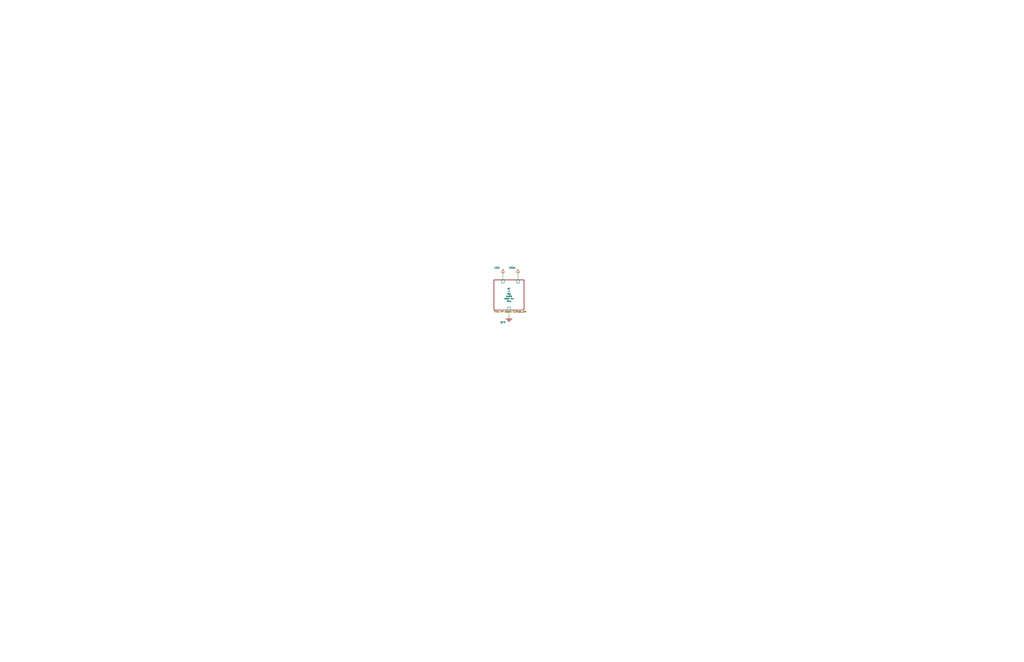
<source format=kicad_sch>
(kicad_sch (version 20230121) (generator jitx)
  (paper "B")
  (lib_symbols
    (symbol "VDDA" (power)
      (property "Reference" "#PWR" (at 35.0 60.0 0.0))
      (property "Value" "VDDA" (at -2.54 2.54 0.0))
      (symbol "VDDA_1_0"
        (pin power_in line (at 0.0 0.0 90) (length 0.0) (name "VDDA") (number "~"))
      )
    )
    (symbol "gnd" (power)
      (property "Reference" "#PWR" (at 35.0 60.0 0.0))
      (property "Value" "gnd" (at -2.54 -2.54 0.0))
      (symbol "gnd_1_0"
        (pin power_in line (at 0.0 0.0 270) (length 0.0) (name "gnd") (number "~"))
      )
    )
    (symbol "VDD" (power)
      (property "Reference" "#PWR" (at 35.0 60.0 0.0))
      (property "Value" "VDD" (at -2.54 2.54 0.0))
      (symbol "VDD_1_0"
        (pin power_in line (at 0.0 0.0 90) (length 0.0) (name "VDD") (number "~"))
      )
    )
    (symbol "capacitor_sym"
      (property "Reference" "U" (at 1.27 1.27 0.0))
      (property "Value" "capacitor_sym" (at 1.27 -1.27 0.0))
      (symbol "capacitor_sym_1_0"
        (pin unspecified line (at 0.0 2.54 270) (length 0.0) (name "1") (number "~"))
        (pin unspecified line (at 0.0 -2.54 90) (length 0.0) (name "2") (number "~"))
      )
    )
    (symbol "capacitor_sym_1"
      (property "Reference" "U" (at 1.27 1.27 0.0))
      (property "Value" "capacitor_sym_1" (at 1.27 -1.27 0.0))
      (symbol "capacitor_sym_1_1_0"
        (pin unspecified line (at 0.0 2.54 270) (length 0.0) (name "1") (number "~"))
        (pin unspecified line (at 0.0 -2.54 90) (length 0.0) (name "2") (number "~"))
      )
    )
    (symbol "capacitor_sym_2"
      (property "Reference" "U" (at 1.27 1.27 0.0))
      (property "Value" "capacitor_sym_2" (at 1.27 -1.27 0.0))
      (symbol "capacitor_sym_2_1_0"
        (pin unspecified line (at 0.0 2.54 270) (length 0.0) (name "1") (number "~"))
        (pin unspecified line (at 0.0 -2.54 90) (length 0.0) (name "2") (number "~"))
      )
    )
    (symbol "capacitor_sym_3"
      (property "Reference" "U" (at 1.27 1.27 0.0))
      (property "Value" "capacitor_sym_3" (at 1.27 -1.27 0.0))
      (symbol "capacitor_sym_3_1_0"
        (pin unspecified line (at 0.0 2.54 270) (length 0.0) (name "1") (number "~"))
        (pin unspecified line (at 0.0 -2.54 90) (length 0.0) (name "2") (number "~"))
      )
    )
    (symbol "capacitor_sym_4"
      (property "Reference" "U" (at 1.27 1.27 0.0))
      (property "Value" "capacitor_sym_4" (at 1.27 -1.27 0.0))
      (symbol "capacitor_sym_4_1_0"
        (pin unspecified line (at 0.0 2.54 270) (length 0.0) (name "1") (number "~"))
        (pin unspecified line (at 0.0 -2.54 90) (length 0.0) (name "2") (number "~"))
      )
    )
    (symbol "resistor_sym"
      (property "Reference" "U" (at 1.27 1.27 0.0))
      (property "Value" "resistor_sym" (at 1.27 -1.27 0.0))
      (symbol "resistor_sym_1_0"
        (pin unspecified line (at 0.0 2.54 270) (length 0.0) (name "2") (number "~"))
        (pin unspecified line (at 0.0 -2.54 90) (length 0.0) (name "1") (number "~"))
      )
    )
    (symbol "resistor_sym_1"
      (property "Reference" "U" (at 1.27 1.27 0.0))
      (property "Value" "resistor_sym_1" (at 1.27 -1.27 0.0))
      (symbol "resistor_sym_1_1_0"
        (pin unspecified line (at 0.0 2.54 270) (length 0.0) (name "1") (number "~"))
        (pin unspecified line (at 0.0 -2.54 90) (length 0.0) (name "2") (number "~"))
      )
    )
    (symbol "capacitor_sym_5"
      (property "Reference" "U" (at 1.27 1.27 0.0))
      (property "Value" "capacitor_sym_5" (at 1.27 -1.27 0.0))
      (symbol "capacitor_sym_5_1_0"
        (pin unspecified line (at 0.0 2.54 270) (length 0.0) (name "1") (number "~"))
        (pin unspecified line (at 0.0 -2.54 90) (length 0.0) (name "2") (number "~"))
      )
    )
    (symbol "inductor_sym"
      (property "Reference" "U" (at 1.27 1.27 0.0))
      (property "Value" "inductor_sym" (at 1.27 -1.27 0.0))
      (symbol "inductor_sym_1_0"
        (pin unspecified line (at 0.0 2.54 270) (length 0.0) (name "2") (number "~"))
        (pin unspecified line (at 0.0 -2.54 90) (length 0.0) (name "1") (number "~"))
      )
    )
    (symbol "resistor_sym_2"
      (property "Reference" "U" (at 1.27 1.27 0.0))
      (property "Value" "resistor_sym_2" (at 1.27 -1.27 0.0))
      (symbol "resistor_sym_2_1_0"
        (pin unspecified line (at 0.0 2.54 270) (length 0.0) (name "2") (number "~"))
        (pin unspecified line (at 0.0 -2.54 90) (length 0.0) (name "1") (number "~"))
      )
    )
    (symbol "capacitor_sym_6"
      (property "Reference" "U" (at 1.27 1.27 0.0))
      (property "Value" "capacitor_sym_6" (at 1.27 -1.27 0.0))
      (symbol "capacitor_sym_6_1_0"
        (pin unspecified line (at 0.0 2.54 270) (length 0.0) (name "1") (number "~"))
        (pin unspecified line (at 0.0 -2.54 90) (length 0.0) (name "2") (number "~"))
      )
    )
    (symbol "capacitor_sym_7"
      (property "Reference" "U" (at 1.27 1.27 0.0))
      (property "Value" "capacitor_sym_7" (at 1.27 -1.27 0.0))
      (symbol "capacitor_sym_7_1_0"
        (pin unspecified line (at 0.0 2.54 270) (length 0.0) (name "1") (number "~"))
        (pin unspecified line (at 0.0 -2.54 90) (length 0.0) (name "2") (number "~"))
      )
    )
    (symbol "capacitor_sym_8"
      (property "Reference" "U" (at 1.27 1.27 0.0))
      (property "Value" "capacitor_sym_8" (at 1.27 -1.27 0.0))
      (symbol "capacitor_sym_8_1_0"
        (pin unspecified line (at 0.0 2.54 270) (length 0.0) (name "1") (number "~"))
        (pin unspecified line (at 0.0 -2.54 90) (length 0.0) (name "2") (number "~"))
      )
    )
    (symbol "sym_NTA4151PT1G"
      (property "Reference" "U" (at 0.0 7.207 0.0))
      (property "Value" "sym_NTA4151PT1G" (at 0.0 6.207 0.0))
      (symbol "sym_NTA4151PT1G_1_0"
        (pin unspecified line (at 2.54 7.62 270) (length 2.54) (name "D") (number "~"))
        (pin unspecified line (at -7.62 -2.54 0) (length 2.54) (name "G") (number "~"))
        (pin unspecified line (at 2.54 -5.08 90) (length 2.54) (name "S") (number "~"))
      )
    )
    (symbol "resistor_sym_3"
      (property "Reference" "U" (at 1.27 1.27 0.0))
      (property "Value" "resistor_sym_3" (at 1.27 -1.27 0.0))
      (symbol "resistor_sym_3_1_0"
        (pin unspecified line (at 0.0 2.54 270) (length 0.0) (name "1") (number "~"))
        (pin unspecified line (at 0.0 -2.54 90) (length 0.0) (name "2") (number "~"))
      )
    )
    (symbol "capacitor_sym_9"
      (property "Reference" "U" (at 1.27 1.27 0.0))
      (property "Value" "capacitor_sym_9" (at 1.27 -1.27 0.0))
      (symbol "capacitor_sym_9_1_0"
        (pin unspecified line (at 0.0 2.54 270) (length 0.0) (name "1") (number "~"))
        (pin unspecified line (at 0.0 -2.54 90) (length 0.0) (name "2") (number "~"))
      )
    )
    (symbol "sym_U_FL_R_SMT_10_"
      (property "Reference" "U" (at 0.0 9.62 0.0))
      (property "Value" "sym_U_FL_R_SMT_10_" (at 0.0 8.62 0.0))
      (symbol "sym_U_FL_R_SMT_10__1_0"
        (pin unspecified line (at -12.7 0.0 0) (length 5.08) (name "GND0") (number "~"))
        (pin unspecified line (at 0.0 12.7 270) (length 5.08) (name "SIG") (number "~"))
        (pin unspecified line (at 12.7 0.0 180) (length 5.08) (name "GND1") (number "~"))
      )
    )
    (symbol "box_symbol_0L_16R_0T_0B"
      (property "Reference" "U" (at -6.35 22.952 0.0))
      (property "Value" "box_symbol_0L_16R_0T_0B" (at -6.35 21.89 0.0))
      (symbol "box_symbol_0L_16R_0T_0B_1_0"
        (pin unspecified line (at 8.89 19.05 180) (length 2.54) (name "R0") (number "~"))
        (pin unspecified line (at 8.89 16.51 180) (length 2.54) (name "R1") (number "~"))
        (pin unspecified line (at 8.89 13.97 180) (length 2.54) (name "R2") (number "~"))
        (pin unspecified line (at 8.89 11.43 180) (length 2.54) (name "R3") (number "~"))
        (pin unspecified line (at 8.89 8.89 180) (length 2.54) (name "R4") (number "~"))
        (pin unspecified line (at 8.89 6.35 180) (length 2.54) (name "R5") (number "~"))
        (pin unspecified line (at 8.89 3.81 180) (length 2.54) (name "R6") (number "~"))
        (pin unspecified line (at 8.89 1.27 180) (length 2.54) (name "R7") (number "~"))
        (pin unspecified line (at 8.89 -1.27 180) (length 2.54) (name "R8") (number "~"))
        (pin unspecified line (at 8.89 -3.81 180) (length 2.54) (name "R9") (number "~"))
        (pin unspecified line (at 8.89 -6.35 180) (length 2.54) (name "R10") (number "~"))
        (pin unspecified line (at 8.89 -8.89 180) (length 2.54) (name "R11") (number "~"))
        (pin unspecified line (at 8.89 -11.43 180) (length 2.54) (name "R12") (number "~"))
        (pin unspecified line (at 8.89 -13.97 180) (length 2.54) (name "R13") (number "~"))
        (pin unspecified line (at 8.89 -16.51 180) (length 2.54) (name "R14") (number "~"))
        (pin unspecified line (at 8.89 -19.05 180) (length 2.54) (name "R15") (number "~"))
      )
    )
    (symbol "inductor_sym_1"
      (property "Reference" "U" (at 1.27 1.27 0.0))
      (property "Value" "inductor_sym_1" (at 1.27 -1.27 0.0))
      (symbol "inductor_sym_1_1_0"
        (pin unspecified line (at 0.0 2.54 270) (length 0.0) (name "2") (number "~"))
        (pin unspecified line (at 0.0 -2.54 90) (length 0.0) (name "1") (number "~"))
      )
    )
    (symbol "capacitor_sym_10"
      (property "Reference" "U" (at 1.27 1.27 0.0))
      (property "Value" "capacitor_sym_10" (at 1.27 -1.27 0.0))
      (symbol "capacitor_sym_10_1_0"
        (pin unspecified line (at 0.0 2.54 270) (length 0.0) (name "1") (number "~"))
        (pin unspecified line (at 0.0 -2.54 90) (length 0.0) (name "2") (number "~"))
      )
    )
    (symbol "capacitor_sym_11"
      (property "Reference" "U" (at 1.27 1.27 0.0))
      (property "Value" "capacitor_sym_11" (at 1.27 -1.27 0.0))
      (symbol "capacitor_sym_11_1_0"
        (pin unspecified line (at 0.0 2.54 270) (length 0.0) (name "1") (number "~"))
        (pin unspecified line (at 0.0 -2.54 90) (length 0.0) (name "2") (number "~"))
      )
    )
    (symbol "resistor_sym_4"
      (property "Reference" "U" (at 1.27 1.27 0.0))
      (property "Value" "resistor_sym_4" (at 1.27 -1.27 0.0))
      (symbol "resistor_sym_4_1_0"
        (pin unspecified line (at 0.0 2.54 270) (length 0.0) (name "2") (number "~"))
        (pin unspecified line (at 0.0 -2.54 90) (length 0.0) (name "1") (number "~"))
      )
    )
    (symbol "crystal_sym"
      (property "Reference" "U" (at -5.08 3.81 0.0))
      (property "Value" "crystal_sym" (at -5.08 2.54 0.0))
      (symbol "crystal_sym_1_0"
        (pin unspecified line (at -2.54 0.0 0) (length 0.0) (name "1") (number "~"))
        (pin unspecified line (at 2.54 0.0 180) (length 0.0) (name "2") (number "~"))
        (pin unspecified line (at 0.0 -5.08 90) (length 0.0) (name "gnd") (number "~"))
      )
    )
    (symbol "sym_BS_08_B2AA016"
      (property "Reference" "U" (at 0.0 4.286 0.0))
      (property "Value" "sym_BS_08_B2AA016" (at 0.0 3.286 0.0))
      (symbol "sym_BS_08_B2AA016_1_0"
        (pin unspecified line (at 5.08 0.0 180) (length 3.81) (name "2") (number "~"))
        (pin unspecified line (at -5.08 0.0 0) (length 3.81) (name "1") (number "~"))
      )
    )
    (symbol "capacitor_sym_12"
      (property "Reference" "U" (at 1.27 1.27 0.0))
      (property "Value" "capacitor_sym_12" (at 1.27 -1.27 0.0))
      (symbol "capacitor_sym_12_1_0"
        (pin unspecified line (at 0.0 2.54 270) (length 0.0) (name "1") (number "~"))
        (pin unspecified line (at 0.0 -2.54 90) (length 0.0) (name "2") (number "~"))
      )
    )
    (symbol "resistor_sym_5"
      (property "Reference" "U" (at 1.27 1.27 0.0))
      (property "Value" "resistor_sym_5" (at 1.27 -1.27 0.0))
      (symbol "resistor_sym_5_1_0"
        (pin unspecified line (at 0.0 2.54 270) (length 0.0) (name "1") (number "~"))
        (pin unspecified line (at 0.0 -2.54 90) (length 0.0) (name "2") (number "~"))
      )
    )
    (symbol "box_symbol_0L_32R_0T_0B"
      (property "Reference" "U" (at -6.35 43.272 0.0))
      (property "Value" "box_symbol_0L_32R_0T_0B" (at -6.35 42.21 0.0))
      (symbol "box_symbol_0L_32R_0T_0B_1_0"
        (pin unspecified line (at 8.89 39.37 180) (length 2.54) (name "R0") (number "~"))
        (pin unspecified line (at 8.89 36.83 180) (length 2.54) (name "R1") (number "~"))
        (pin unspecified line (at 8.89 34.29 180) (length 2.54) (name "R2") (number "~"))
        (pin unspecified line (at 8.89 31.75 180) (length 2.54) (name "R3") (number "~"))
        (pin unspecified line (at 8.89 29.21 180) (length 2.54) (name "R4") (number "~"))
        (pin unspecified line (at 8.89 26.67 180) (length 2.54) (name "R5") (number "~"))
        (pin unspecified line (at 8.89 24.13 180) (length 2.54) (name "R6") (number "~"))
        (pin unspecified line (at 8.89 21.59 180) (length 2.54) (name "R7") (number "~"))
        (pin unspecified line (at 8.89 19.05 180) (length 2.54) (name "R8") (number "~"))
        (pin unspecified line (at 8.89 16.51 180) (length 2.54) (name "R9") (number "~"))
        (pin unspecified line (at 8.89 13.97 180) (length 2.54) (name "R10") (number "~"))
        (pin unspecified line (at 8.89 11.43 180) (length 2.54) (name "R11") (number "~"))
        (pin unspecified line (at 8.89 8.89 180) (length 2.54) (name "R12") (number "~"))
        (pin unspecified line (at 8.89 6.35 180) (length 2.54) (name "R13") (number "~"))
        (pin unspecified line (at 8.89 3.81 180) (length 2.54) (name "R14") (number "~"))
        (pin unspecified line (at 8.89 1.27 180) (length 2.54) (name "R15") (number "~"))
        (pin unspecified line (at 8.89 -1.27 180) (length 2.54) (name "R16") (number "~"))
        (pin unspecified line (at 8.89 -3.81 180) (length 2.54) (name "R17") (number "~"))
        (pin unspecified line (at 8.89 -6.35 180) (length 2.54) (name "R18") (number "~"))
        (pin unspecified line (at 8.89 -8.89 180) (length 2.54) (name "R19") (number "~"))
        (pin unspecified line (at 8.89 -11.43 180) (length 2.54) (name "R20") (number "~"))
        (pin unspecified line (at 8.89 -13.97 180) (length 2.54) (name "R21") (number "~"))
        (pin unspecified line (at 8.89 -16.51 180) (length 2.54) (name "R22") (number "~"))
        (pin unspecified line (at 8.89 -19.05 180) (length 2.54) (name "R23") (number "~"))
        (pin unspecified line (at 8.89 -21.59 180) (length 2.54) (name "R24") (number "~"))
        (pin unspecified line (at 8.89 -24.13 180) (length 2.54) (name "R25") (number "~"))
        (pin unspecified line (at 8.89 -26.67 180) (length 2.54) (name "R26") (number "~"))
        (pin unspecified line (at 8.89 -29.21 180) (length 2.54) (name "R27") (number "~"))
        (pin unspecified line (at 8.89 -31.75 180) (length 2.54) (name "R28") (number "~"))
        (pin unspecified line (at 8.89 -34.29 180) (length 2.54) (name "R29") (number "~"))
        (pin unspecified line (at 8.89 -36.83 180) (length 2.54) (name "R30") (number "~"))
        (pin unspecified line (at 8.89 -39.37 180) (length 2.54) (name "R31") (number "~"))
      )
    )
    (symbol "sym_TS971ILT"
      (property "Reference" "U" (at 0.0 7.08 0.0))
      (property "Value" "sym_TS971ILT" (at 0.0 6.08 0.0))
      (symbol "sym_TS971ILT_1_0"
        (pin unspecified line (at 10.16 0.0 180) (length 5.08) (name "OUT") (number "~"))
        (pin unspecified line (at 0.0 10.16 270) (length 5.08) (name "VCC") (number "~"))
        (pin unspecified line (at -10.16 2.54 0) (length 5.08) (name "IN-") (number "~"))
        (pin unspecified line (at -10.16 -2.54 0) (length 5.08) (name "IN+") (number "~"))
        (pin unspecified line (at 0.0 -10.16 90) (length 5.08) (name "VDD") (number "~"))
      )
    )
    (symbol "capacitor_sym_13"
      (property "Reference" "U" (at 1.27 1.27 0.0))
      (property "Value" "capacitor_sym_13" (at 1.27 -1.27 0.0))
      (symbol "capacitor_sym_13_1_0"
        (pin unspecified line (at 0.0 2.54 270) (length 0.0) (name "1") (number "~"))
        (pin unspecified line (at 0.0 -2.54 90) (length 0.0) (name "2") (number "~"))
      )
    )
    (symbol "sym_AP3722AT"
      (property "Reference" "U" (at 0.0 4.921 0.0))
      (property "Value" "sym_AP3722AT" (at 0.0 3.921 0.0))
      (symbol "sym_AP3722AT_1_0"
        (pin unspecified line (at -8.89 1.27 0) (length 2.54) (name "VDD") (number "~"))
        (pin unspecified line (at -8.89 -1.27 0) (length 2.54) (name "GND0") (number "~"))
        (pin unspecified line (at 8.89 -1.27 180) (length 2.54) (name "GND1") (number "~"))
        (pin unspecified line (at 8.89 1.27 180) (length 2.54) (name "OUT") (number "~"))
      )
    )
    (symbol "resistor_sym_6"
      (property "Reference" "U" (at 1.27 1.27 0.0))
      (property "Value" "resistor_sym_6" (at 1.27 -1.27 0.0))
      (symbol "resistor_sym_6_1_0"
        (pin unspecified line (at 0.0 2.54 270) (length 0.0) (name "2") (number "~"))
        (pin unspecified line (at 0.0 -2.54 90) (length 0.0) (name "1") (number "~"))
      )
    )
    (symbol "ALTIUM_POWER_ARROW"
      (property "Value" "ALTIUM_POWER_ARROW" (at 2.54 -0.508 0.0))
      (symbol "ALTIUM_POWER_ARROW_1_0"
        (pin unspecified line (at 0.0 0.0 0) (length 0.0) (name "0") (number "~"))
      )
    )
    (symbol "capacitor_sym_14"
      (property "Reference" "U" (at 1.27 1.27 0.0))
      (property "Value" "capacitor_sym_14" (at 1.27 -1.27 0.0))
      (symbol "capacitor_sym_14_1_0"
        (pin unspecified line (at 0.0 2.54 270) (length 0.0) (name "1") (number "~"))
        (pin unspecified line (at 0.0 -2.54 90) (length 0.0) (name "2") (number "~"))
      )
    )
    (symbol "ALTIUM_POWER_GND_POWER"
      (property "Value" "ALTIUM_POWER_GND_POWER" (at 2.54 -1.016 0.0))
      (symbol "ALTIUM_POWER_GND_POWER_1_0"
        (pin unspecified line (at 0.0 0.0 0) (length 0.0) (name "0") (number "~"))
      )
    )
    (symbol "box_symbol_4L_7R_1T_3B"
      (property "Reference" "U" (at -6.35 19.142 0.0))
      (property "Value" "box_symbol_4L_7R_1T_3B" (at -6.35 18.08 0.0))
      (symbol "box_symbol_4L_7R_1T_3B_1_0"
        (pin unspecified line (at -8.89 3.81 0) (length 2.54) (name "L0") (number "~"))
        (pin unspecified line (at -8.89 1.27 0) (length 2.54) (name "L1") (number "~"))
        (pin unspecified line (at -8.89 -1.27 0) (length 2.54) (name "L2") (number "~"))
        (pin unspecified line (at -8.89 -3.81 0) (length 2.54) (name "L3") (number "~"))
        (pin unspecified line (at 8.89 7.62 180) (length 2.54) (name "R0") (number "~"))
        (pin unspecified line (at 8.89 5.08 180) (length 2.54) (name "R1") (number "~"))
        (pin unspecified line (at 8.89 2.54 180) (length 2.54) (name "R2") (number "~"))
        (pin unspecified line (at 8.89 0.0 180) (length 2.54) (name "R3") (number "~"))
        (pin unspecified line (at 8.89 -2.54 180) (length 2.54) (name "R4") (number "~"))
        (pin unspecified line (at 8.89 -5.08 180) (length 2.54) (name "R5") (number "~"))
        (pin unspecified line (at 8.89 -7.62 180) (length 2.54) (name "R6") (number "~"))
        (pin unspecified line (at 0.0 19.05 270) (length 2.54) (name "T0") (number "~"))
        (pin unspecified line (at -2.54 -19.05 90) (length 2.54) (name "B0") (number "~"))
        (pin unspecified line (at 0.0 -19.05 90) (length 2.54) (name "B1") (number "~"))
        (pin unspecified line (at 2.54 -19.05 90) (length 2.54) (name "B2") (number "~"))
      )
    )
    (symbol "capacitor_sym_15"
      (property "Reference" "U" (at 1.27 1.27 0.0))
      (property "Value" "capacitor_sym_15" (at 1.27 -1.27 0.0))
      (symbol "capacitor_sym_15_1_0"
        (pin unspecified line (at 0.0 2.54 270) (length 0.0) (name "1") (number "~"))
        (pin unspecified line (at 0.0 -2.54 90) (length 0.0) (name "2") (number "~"))
      )
    )
    (symbol "supply_sym"
      (property "Value" "supply_sym" (at -2.54 2.54 0.0))
      (symbol "supply_sym_1_0"
        (pin unspecified line (at 0.0 0.0 90) (length 0.0) (name "0") (number "~"))
      )
    )
    (symbol "ground_sym"
      (property "Value" "ground_sym" (at -2.54 -2.54 0.0))
      (symbol "ground_sym_1_0"
        (pin unspecified line (at 0.0 0.0 270) (length 0.0) (name "0") (number "~"))
      )
    )
    (symbol "resistor_sym_7"
      (property "Reference" "U" (at 1.27 1.27 0.0))
      (property "Value" "resistor_sym_7" (at 1.27 -1.27 0.0))
      (symbol "resistor_sym_7_1_0"
        (pin unspecified line (at 0.0 2.54 270) (length 0.0) (name "2") (number "~"))
        (pin unspecified line (at 0.0 -2.54 90) (length 0.0) (name "1") (number "~"))
      )
    )
    (symbol "capacitor_sym_16"
      (property "Reference" "U" (at 1.27 1.27 0.0))
      (property "Value" "capacitor_sym_16" (at 1.27 -1.27 0.0))
      (symbol "capacitor_sym_16_1_0"
        (pin unspecified line (at 0.0 2.54 270) (length 0.0) (name "1") (number "~"))
        (pin unspecified line (at 0.0 -2.54 90) (length 0.0) (name "2") (number "~"))
      )
    )
    (symbol "capacitor_sym_17"
      (property "Reference" "U" (at 1.27 1.27 0.0))
      (property "Value" "capacitor_sym_17" (at 1.27 -1.27 0.0))
      (symbol "capacitor_sym_17_1_0"
        (pin unspecified line (at 0.0 2.54 270) (length 0.0) (name "1") (number "~"))
        (pin unspecified line (at 0.0 -2.54 90) (length 0.0) (name "2") (number "~"))
      )
    )
    (symbol "box_symbol_7L_9R_0T_2B"
      (property "Reference" "U" (at -7.62 20.412 0.0))
      (property "Value" "box_symbol_7L_9R_0T_2B" (at -7.62 19.35 0.0))
      (symbol "box_symbol_7L_9R_0T_2B_1_0"
        (pin unspecified line (at -10.16 7.62 0) (length 2.54) (name "L0") (number "~"))
        (pin unspecified line (at -10.16 5.08 0) (length 2.54) (name "L1") (number "~"))
        (pin unspecified line (at -10.16 2.54 0) (length 2.54) (name "L2") (number "~"))
        (pin unspecified line (at -10.16 0.0 0) (length 2.54) (name "L3") (number "~"))
        (pin unspecified line (at -10.16 -2.54 0) (length 2.54) (name "L4") (number "~"))
        (pin unspecified line (at -10.16 -5.08 0) (length 2.54) (name "L5") (number "~"))
        (pin unspecified line (at -10.16 -7.62 0) (length 2.54) (name "L6") (number "~"))
        (pin unspecified line (at 10.16 10.16 180) (length 2.54) (name "R0") (number "~"))
        (pin unspecified line (at 10.16 7.62 180) (length 2.54) (name "R1") (number "~"))
        (pin unspecified line (at 10.16 5.08 180) (length 2.54) (name "R2") (number "~"))
        (pin unspecified line (at 10.16 2.54 180) (length 2.54) (name "R3") (number "~"))
        (pin unspecified line (at 10.16 0.0 180) (length 2.54) (name "R4") (number "~"))
        (pin unspecified line (at 10.16 -2.54 180) (length 2.54) (name "R5") (number "~"))
        (pin unspecified line (at 10.16 -5.08 180) (length 2.54) (name "R6") (number "~"))
        (pin unspecified line (at 10.16 -7.62 180) (length 2.54) (name "R7") (number "~"))
        (pin unspecified line (at 10.16 -10.16 180) (length 2.54) (name "R8") (number "~"))
        (pin unspecified line (at -1.27 -21.59 90) (length 2.54) (name "B0") (number "~"))
        (pin unspecified line (at 1.27 -21.59 90) (length 2.54) (name "B1") (number "~"))
      )
    )
    (symbol "diode_rgb_led"
      (property "Reference" "U" (at 1.27 5.08 0.0))
      (property "Value" "diode_rgb_led" (at 1.27 3.81 0.0))
      (symbol "diode_rgb_led_1_0"
        (pin unspecified line (at 0.0 5.08 270) (length 0.0) (name "a") (number "~"))
        (pin unspecified line (at -5.08 -3.81 90) (length 0.0) (name "r") (number "~"))
        (pin unspecified line (at 0.0 -3.81 90) (length 0.0) (name "g") (number "~"))
        (pin unspecified line (at 5.08 -3.81 90) (length 0.0) (name "b") (number "~"))
        (text "R" (at -5.842 -3.048 0) (effects (font (size 0.7056 0.7056))))
        (text "G" (at -0.762 -3.048 0) (effects (font (size 0.7056 0.7056))))
        (text "B" (at 4.318 -3.048 0) (effects (font (size 0.7056 0.7056))))
      )
    )
    (symbol "capacitor_sym_18"
      (property "Reference" "U" (at 1.27 1.27 0.0))
      (property "Value" "capacitor_sym_18" (at 1.27 -1.27 0.0))
      (symbol "capacitor_sym_18_1_0"
        (pin unspecified line (at 0.0 2.54 270) (length 0.0) (name "1") (number "~"))
        (pin unspecified line (at 0.0 -2.54 90) (length 0.0) (name "2") (number "~"))
      )
    )
    (symbol "test_point_sym"
      (property "Reference" "U" (at -2.54 1.905 0.0))
      (symbol "test_point_sym_1_0"
        (pin unspecified line (at 2.54 0.0 180) (length 0.0) (name "p") (number "~"))
      )
    )
    (symbol "capacitor_sym_19"
      (property "Reference" "U" (at 1.27 1.27 0.0))
      (property "Value" "capacitor_sym_19" (at 1.27 -1.27 0.0))
      (symbol "capacitor_sym_19_1_0"
        (pin unspecified line (at 0.0 2.54 270) (length 0.0) (name "1") (number "~"))
        (pin unspecified line (at 0.0 -2.54 90) (length 0.0) (name "2") (number "~"))
      )
    )
    (symbol "sym_BSS138"
      (property "Reference" "U" (at 0.0 4.54 0.0))
      (property "Value" "sym_BSS138" (at 0.0 3.54 0.0))
      (symbol "sym_BSS138_1_0"
        (pin unspecified line (at 2.54 5.08 270) (length 2.54) (name "D") (number "~"))
        (pin unspecified line (at -5.08 0.0 0) (length 2.54) (name "G") (number "~"))
        (pin unspecified line (at 2.54 -5.08 90) (length 2.54) (name "S") (number "~"))
      )
    )
    (symbol "capacitor_sym_20"
      (property "Reference" "U" (at 1.27 1.27 0.0))
      (property "Value" "capacitor_sym_20" (at 1.27 -1.27 0.0))
      (symbol "capacitor_sym_20_1_0"
        (pin unspecified line (at 0.0 2.54 270) (length 0.0) (name "1") (number "~"))
        (pin unspecified line (at 0.0 -2.54 90) (length 0.0) (name "2") (number "~"))
      )
    )
    (symbol "capacitor_sym_21"
      (property "Reference" "U" (at 1.27 1.27 0.0))
      (property "Value" "capacitor_sym_21" (at 1.27 -1.27 0.0))
      (symbol "capacitor_sym_21_1_0"
        (pin unspecified line (at 0.0 2.54 270) (length 0.0) (name "1") (number "~"))
        (pin unspecified line (at 0.0 -2.54 90) (length 0.0) (name "2") (number "~"))
      )
    )
    (symbol "box_symbol_6L_1R_0T_0B"
      (property "Reference" "U" (at -6.35 10.252 0.0))
      (property "Value" "box_symbol_6L_1R_0T_0B" (at -6.35 9.19 0.0))
      (symbol "box_symbol_6L_1R_0T_0B_1_0"
        (pin unspecified line (at -8.89 6.35 0) (length 2.54) (name "L0") (number "~"))
        (pin unspecified line (at -8.89 3.81 0) (length 2.54) (name "L1") (number "~"))
        (pin unspecified line (at -8.89 1.27 0) (length 2.54) (name "L2") (number "~"))
        (pin unspecified line (at -8.89 -1.27 0) (length 2.54) (name "L3") (number "~"))
        (pin unspecified line (at -8.89 -3.81 0) (length 2.54) (name "L4") (number "~"))
        (pin unspecified line (at -8.89 -6.35 0) (length 2.54) (name "L5") (number "~"))
        (pin unspecified line (at 8.89 0.0 180) (length 2.54) (name "R0") (number "~"))
      )
    )
    (symbol "resistor_sym_8"
      (property "Reference" "U" (at 1.27 1.27 0.0))
      (property "Value" "resistor_sym_8" (at 1.27 -1.27 0.0))
      (symbol "resistor_sym_8_1_0"
        (pin unspecified line (at 0.0 2.54 270) (length 0.0) (name "2") (number "~"))
        (pin unspecified line (at 0.0 -2.54 90) (length 0.0) (name "1") (number "~"))
      )
    )
    (symbol "capacitor_sym_22"
      (property "Reference" "U" (at 1.27 1.27 0.0))
      (property "Value" "capacitor_sym_22" (at 1.27 -1.27 0.0))
      (symbol "capacitor_sym_22_1_0"
        (pin unspecified line (at 0.0 2.54 270) (length 0.0) (name "1") (number "~"))
        (pin unspecified line (at 0.0 -2.54 90) (length 0.0) (name "2") (number "~"))
      )
    )
    (symbol "antenna_symbol"
      (property "Reference" "U" (at -3.81 5.08 0.0))
      (property "Value" "antenna_symbol" (at -3.81 3.81 0.0))
      (symbol "antenna_symbol_1_0"
        (pin unspecified line (at -5.08 -2.54 0) (length 2.54) (name "1") (number "~"))
        (pin unspecified line (at 7.62 0.0 180) (length 2.54) (name "2") (number "~"))
      )
    )
    (symbol "capacitor_sym_23"
      (property "Reference" "U" (at 1.27 1.27 0.0))
      (property "Value" "capacitor_sym_23" (at 1.27 -1.27 0.0))
      (symbol "capacitor_sym_23_1_0"
        (pin unspecified line (at 0.0 2.54 270) (length 0.0) (name "1") (number "~"))
        (pin unspecified line (at 0.0 -2.54 90) (length 0.0) (name "2") (number "~"))
      )
    )
    (symbol "resistor_sym_9"
      (property "Reference" "U" (at 1.27 1.27 0.0))
      (property "Value" "resistor_sym_9" (at 1.27 -1.27 0.0))
      (symbol "resistor_sym_9_1_0"
        (pin unspecified line (at 0.0 2.54 270) (length 0.0) (name "2") (number "~"))
        (pin unspecified line (at 0.0 -2.54 90) (length 0.0) (name "1") (number "~"))
      )
    )
    (symbol "C408132"
      (property "Reference" "C" (at 1.27 1.27 0.0))
      (property "Value" "C408132" (at 1.27 -1.27 0.0))
      (symbol "C408132_1_0"
        (pin unspecified line (at 0.0 2.54 270) (length 0.0) (name "1") (number "1"))
        (pin unspecified line (at 0.0 -2.54 90) (length 0.0) (name "2") (number "2"))
      )
    )
    (symbol "smd_testpoint_cmp"
      (property "Reference" "TP" (at -2.54 1.905 0.0))
      (symbol "smd_testpoint_cmp_1_0"
        (pin unspecified line (at 2.54 0.0 180) (length 0.0) (name "p") (number "p"))
      )
    )
    (symbol "C301997"
      (property "Reference" "C" (at 1.27 1.27 0.0))
      (property "Value" "C301997" (at 1.27 -1.27 0.0))
      (symbol "C301997_1_0"
        (pin unspecified line (at 0.0 2.54 270) (length 0.0) (name "1") (number "1"))
        (pin unspecified line (at 0.0 -2.54 90) (length 0.0) (name "2") (number "2"))
      )
    )
    (symbol "C107229"
      (property "Reference" "R" (at 1.27 1.27 0.0))
      (property "Value" "C107229" (at 1.27 -1.27 0.0))
      (symbol "C107229_1_0"
        (pin unspecified line (at 0.0 2.54 270) (length 0.0) (name "2") (number "2"))
        (pin unspecified line (at 0.0 -2.54 90) (length 0.0) (name "1") (number "1"))
      )
    )
    (symbol "my_resistor"
      (property "Reference" "R" (at 1.27 1.27 0.0))
      (property "Value" "my_resistor" (at 1.27 -1.27 0.0))
      (symbol "my_resistor_1_0"
        (pin unspecified line (at 0.0 2.54 270) (length 0.0) (name "1") (number "1"))
        (pin unspecified line (at 0.0 -2.54 90) (length 0.0) (name "2") (number "2"))
      )
    )
    (symbol "C325458"
      (property "Reference" "C" (at 1.27 1.27 0.0))
      (property "Value" "C325458" (at 1.27 -1.27 0.0))
      (symbol "C325458_1_0"
        (pin unspecified line (at 0.0 2.54 270) (length 0.0) (name "1") (number "1"))
        (pin unspecified line (at 0.0 -2.54 90) (length 0.0) (name "2") (number "2"))
      )
    )
    (symbol "C86065"
      (property "Reference" "L" (at 1.27 1.27 0.0))
      (property "Value" "C86065" (at 1.27 -1.27 0.0))
      (symbol "C86065_1_0"
        (pin unspecified line (at 0.0 2.54 270) (length 0.0) (name "2") (number "2"))
        (pin unspecified line (at 0.0 -2.54 90) (length 0.0) (name "1") (number "1"))
      )
    )
    (symbol "C107229_1"
      (property "Reference" "R" (at 1.27 1.27 0.0))
      (property "Value" "C107229_1" (at 1.27 -1.27 0.0))
      (symbol "C107229_1_1_0"
        (pin unspecified line (at 0.0 2.54 270) (length 0.0) (name "2") (number "2"))
        (pin unspecified line (at 0.0 -2.54 90) (length 0.0) (name "1") (number "1"))
      )
    )
    (symbol "C23733"
      (property "Reference" "C" (at 1.27 1.27 0.0))
      (property "Value" "C23733" (at 1.27 -1.27 0.0))
      (symbol "C23733_1_0"
        (pin unspecified line (at 0.0 2.54 270) (length 0.0) (name "1") (number "1"))
        (pin unspecified line (at 0.0 -2.54 90) (length 0.0) (name "2") (number "2"))
      )
    )
    (symbol "C301927"
      (property "Reference" "C" (at 1.27 1.27 0.0))
      (property "Value" "C301927" (at 1.27 -1.27 0.0))
      (symbol "C301927_1_0"
        (pin unspecified line (at 0.0 2.54 270) (length 0.0) (name "1") (number "1"))
        (pin unspecified line (at 0.0 -2.54 90) (length 0.0) (name "2") (number "2"))
      )
    )
    (symbol "C152789"
      (property "Reference" "C" (at 1.27 1.27 0.0))
      (property "Value" "C152789" (at 1.27 -1.27 0.0))
      (symbol "C152789_1_0"
        (pin unspecified line (at 0.0 2.54 270) (length 0.0) (name "1") (number "1"))
        (pin unspecified line (at 0.0 -2.54 90) (length 0.0) (name "2") (number "2"))
      )
    )
    (symbol "my_resistor_1"
      (property "Reference" "R" (at 1.27 1.27 0.0))
      (property "Value" "my_resistor_1" (at 1.27 -1.27 0.0))
      (symbol "my_resistor_1_1_0"
        (pin unspecified line (at 0.0 2.54 270) (length 0.0) (name "1") (number "1"))
        (pin unspecified line (at 0.0 -2.54 90) (length 0.0) (name "2") (number "2"))
      )
    )
    (symbol "C15134"
      (property "Reference" "U" (at -6.35 19.142 0.0))
      (property "Value" "C15134" (at -6.35 18.08 0.0))
      (symbol "C15134_1_0"
        (pin unspecified line (at -8.89 3.81 0) (length 2.54) (name "SPC") (number "4"))
        (pin unspecified line (at -8.89 1.27 0) (length 2.54) (name "SDO") (number "6"))
        (pin unspecified line (at -8.89 -1.27 0) (length 2.54) (name "SA0") (number "7"))
        (pin unspecified line (at -8.89 -3.81 0) (length 2.54) (name "CS") (number "8"))
        (pin unspecified line (at 8.89 7.62 180) (length 2.54) (name "INT2") (number "9"))
        (pin unspecified line (at 8.89 5.08 180) (length 2.54) (name "RES") (number "10"))
        (pin unspecified line (at 8.89 2.54 180) (length 2.54) (name "INT1") (number "11"))
        (pin unspecified line (at 8.89 0.0 180) (length 2.54) (name "ADC3") (number "13"))
        (pin unspecified line (at 8.89 -2.54 180) (length 2.54) (name "VDD") (number "14"))
        (pin unspecified line (at 8.89 -5.08 180) (length 2.54) (name "ADC2") (number "15"))
        (pin unspecified line (at 8.89 -7.62 180) (length 2.54) (name "ADC1") (number "16"))
        (pin unspecified line (at 0.0 19.05 270) (length 2.54) (name "VDD_IO") (number "1"))
        (pin unspecified line (at -2.54 -19.05 90) (length 2.54) (name "NC0") (number "2"))
        (pin unspecified line (at 0.0 -19.05 90) (length 2.54) (name "NC1") (number "3"))
        (pin unspecified line (at 2.54 -19.05 90) (length 2.54) (name "GND") (number "12"))
        (pin unspecified line (at 2.54 -19.05 90) (length 0.0) (name "GND") (number "5"))
      )
    )
    (symbol "C301997_1"
      (property "Reference" "C" (at 1.27 1.27 0.0))
      (property "Value" "C301997_1" (at 1.27 -1.27 0.0))
      (symbol "C301997_1_1_0"
        (pin unspecified line (at 0.0 2.54 270) (length 0.0) (name "1") (number "1"))
        (pin unspecified line (at 0.0 -2.54 90) (length 0.0) (name "2") (number "2"))
      )
    )
    (symbol "C54876"
      (property "Reference" "Q" (at 0.0 7.207 0.0))
      (property "Value" "C54876" (at 0.0 6.207 0.0))
      (symbol "C54876_1_0"
        (pin unspecified line (at 2.54 7.62 270) (length 2.54) (name "D") (number "3"))
        (pin unspecified line (at -7.62 -2.54 0) (length 2.54) (name "G") (number "1"))
        (pin unspecified line (at 2.54 -5.08 90) (length 2.54) (name "S") (number "2"))
      )
    )
    (symbol "C86065_1"
      (property "Reference" "L" (at 1.27 1.27 0.0))
      (property "Value" "C86065_1" (at 1.27 -1.27 0.0))
      (symbol "C86065_1_1_0"
        (pin unspecified line (at 0.0 2.54 270) (length 0.0) (name "2") (number "2"))
        (pin unspecified line (at 0.0 -2.54 90) (length 0.0) (name "1") (number "1"))
      )
    )
    (symbol "C301997_2"
      (property "Reference" "C" (at 1.27 1.27 0.0))
      (property "Value" "C301997_2" (at 1.27 -1.27 0.0))
      (symbol "C301997_2_1_0"
        (pin unspecified line (at 0.0 2.54 270) (length 0.0) (name "1") (number "1"))
        (pin unspecified line (at 0.0 -2.54 90) (length 0.0) (name "2") (number "2"))
      )
    )
    (symbol "C108793"
      (property "Reference" "D" (at 1.27 5.08 0.0))
      (property "Value" "C108793" (at 1.27 3.81 0.0))
      (symbol "C108793_1_0"
        (pin unspecified line (at 0.0 5.08 270) (length 0.0) (name "l_a") (number "3"))
        (pin unspecified line (at -5.08 -3.81 90) (length 0.0) (name "l_r") (number "1"))
        (pin unspecified line (at 0.0 -3.81 90) (length 0.0) (name "l_g") (number "4"))
        (pin unspecified line (at 5.08 -3.81 90) (length 0.0) (name "l_b") (number "2"))
        (text "R" (at -5.842 -3.048 0) (effects (font (size 0.7056 0.7056))))
        (text "G" (at -0.762 -3.048 0) (effects (font (size 0.7056 0.7056))))
        (text "B" (at 4.318 -3.048 0) (effects (font (size 0.7056 0.7056))))
      )
    )
    (symbol "C301997_3"
      (property "Reference" "C" (at 1.27 1.27 0.0))
      (property "Value" "C301997_3" (at 1.27 -1.27 0.0))
      (symbol "C301997_3_1_0"
        (pin unspecified line (at 0.0 2.54 270) (length 0.0) (name "1") (number "1"))
        (pin unspecified line (at 0.0 -2.54 90) (length 0.0) (name "2") (number "2"))
      )
    )
    (symbol "C60485"
      (property "Reference" "R" (at 1.27 1.27 0.0))
      (property "Value" "C60485" (at 1.27 -1.27 0.0))
      (symbol "C60485_1_0"
        (pin unspecified line (at 0.0 2.54 270) (length 0.0) (name "2") (number "2"))
        (pin unspecified line (at 0.0 -2.54 90) (length 0.0) (name "1") (number "1"))
      )
    )
    (symbol "u_FL_Connector"
      (property "Reference" "J" (at 0.0 9.62 0.0))
      (property "Value" "u_FL_Connector" (at 0.0 8.62 0.0))
      (symbol "u_FL_Connector_1_0"
        (pin unspecified line (at -12.7 0.0 0) (length 5.08) (name "GND0") (number "1"))
        (pin unspecified line (at 0.0 12.7 270) (length 5.08) (name "SIG") (number "2"))
        (pin unspecified line (at 12.7 0.0 180) (length 5.08) (name "GND1") (number "3"))
      )
    )
    (symbol "C527024"
      (property "Reference" "C" (at 1.27 1.27 0.0))
      (property "Value" "C527024" (at 1.27 -1.27 0.0))
      (symbol "C527024_1_0"
        (pin unspecified line (at 0.0 2.54 270) (length 0.0) (name "1") (number "1"))
        (pin unspecified line (at 0.0 -2.54 90) (length 0.0) (name "2") (number "2"))
      )
    )
    (symbol "inverted_f_antenna_component"
      (property "Reference" "ANT" (at -3.81 5.08 0.0))
      (property "Value" "inverted_f_antenna_component" (at -3.81 3.81 0.0))
      (symbol "inverted_f_antenna_component_1_0"
        (pin unspecified line (at -5.08 -2.54 0) (length 2.54) (name "launch") (number "launch"))
        (pin unspecified line (at 7.62 0.0 180) (length 2.54) (name "gnd") (number "gnd"))
      )
    )
    (symbol "my_resistor_2"
      (property "Reference" "R" (at 1.27 1.27 0.0))
      (property "Value" "my_resistor_2" (at 1.27 -1.27 0.0))
      (symbol "my_resistor_2_1_0"
        (pin unspecified line (at 0.0 2.54 270) (length 0.0) (name "1") (number "1"))
        (pin unspecified line (at 0.0 -2.54 90) (length 0.0) (name "2") (number "2"))
      )
    )
    (symbol "component"
      (property "Reference" "X" (at -5.08 3.81 0.0))
      (property "Value" "component" (at -5.08 2.54 0.0))
      (symbol "component_1_0"
        (pin unspecified line (at -2.54 0.0 0) (length 0.0) (name "1") (number "1"))
        (pin unspecified line (at 2.54 0.0 180) (length 0.0) (name "2") (number "3"))
        (pin unspecified line (at 0.0 -5.08 90) (length 0.0) (name "gnd") (number "4"))
        (pin unspecified line (at 0.0 -5.08 90) (length 0.0) (name "gnd") (number "2"))
      )
    )
    (symbol "C964792"
      (property "Reference" "J" (at 0.0 4.286 0.0))
      (property "Value" "C964792" (at 0.0 3.286 0.0))
      (symbol "C964792_1_0"
        (pin unspecified line (at 5.08 0.0 180) (length 3.81) (name "2") (number "2"))
        (pin unspecified line (at -5.08 0.0 0) (length 3.81) (name "1") (number "1"))
      )
    )
    (symbol "C301997_4"
      (property "Reference" "C" (at 1.27 1.27 0.0))
      (property "Value" "C301997_4" (at 1.27 -1.27 0.0))
      (symbol "C301997_4_1_0"
        (pin unspecified line (at 0.0 2.54 270) (length 0.0) (name "1") (number "1"))
        (pin unspecified line (at 0.0 -2.54 90) (length 0.0) (name "2") (number "2"))
      )
    )
    (symbol "C93949"
      (property "Reference" "R" (at 1.27 1.27 0.0))
      (property "Value" "C93949" (at 1.27 -1.27 0.0))
      (symbol "C93949_1_0"
        (pin unspecified line (at 0.0 2.54 270) (length 0.0) (name "2") (number "2"))
        (pin unspecified line (at 0.0 -2.54 90) (length 0.0) (name "1") (number "1"))
      )
    )
    (symbol "C14445"
      (property "Reference" "C" (at 1.27 1.27 0.0))
      (property "Value" "C14445" (at 1.27 -1.27 0.0))
      (symbol "C14445_1_0"
        (pin unspecified line (at 0.0 2.54 270) (length 0.0) (name "1") (number "1"))
        (pin unspecified line (at 0.0 -2.54 90) (length 0.0) (name "2") (number "2"))
      )
    )
    (symbol "C2802553"
      (property "Reference" "U" (at 0.0 7.08 0.0))
      (property "Value" "C2802553" (at 0.0 6.08 0.0))
      (symbol "C2802553_1_0"
        (pin unspecified line (at 10.16 0.0 180) (length 5.08) (name "OUT") (number "1"))
        (pin unspecified line (at 0.0 10.16 270) (length 5.08) (name "VCC") (number "5"))
        (pin unspecified line (at -10.16 2.54 0) (length 5.08) (name "IN-") (number "4"))
        (pin unspecified line (at -10.16 -2.54 0) (length 5.08) (name "IN+") (number "3"))
        (pin unspecified line (at 0.0 -10.16 90) (length 5.08) (name "VDD") (number "2"))
      )
    )
    (symbol "C918198"
      (property "Reference" "U" (at 0.0 4.921 0.0))
      (property "Value" "C918198" (at 0.0 3.921 0.0))
      (symbol "C918198_1_0"
        (pin unspecified line (at -8.89 1.27 0) (length 2.54) (name "VDD") (number "1"))
        (pin unspecified line (at -8.89 -1.27 0) (length 2.54) (name "GND0") (number "2"))
        (pin unspecified line (at 8.89 -1.27 180) (length 2.54) (name "GND1") (number "3"))
        (pin unspecified line (at 8.89 1.27 180) (length 2.54) (name "OUT") (number "4"))
      )
    )
    (symbol "C106997"
      (property "Reference" "C" (at 1.27 1.27 0.0))
      (property "Value" "C106997" (at 1.27 -1.27 0.0))
      (symbol "C106997_1_0"
        (pin unspecified line (at 0.0 2.54 270) (length 0.0) (name "1") (number "1"))
        (pin unspecified line (at 0.0 -2.54 90) (length 0.0) (name "2") (number "2"))
      )
    )
    (symbol "C163805"
      (property "Reference" "R" (at 1.27 1.27 0.0))
      (property "Value" "C163805" (at 1.27 -1.27 0.0))
      (symbol "C163805_1_0"
        (pin unspecified line (at 0.0 2.54 270) (length 0.0) (name "2") (number "2"))
        (pin unspecified line (at 0.0 -2.54 90) (length 0.0) (name "1") (number "1"))
      )
    )
    (symbol "C301997_5"
      (property "Reference" "C" (at 1.27 1.27 0.0))
      (property "Value" "C301997_5" (at 1.27 -1.27 0.0))
      (symbol "C301997_5_1_0"
        (pin unspecified line (at 0.0 2.54 270) (length 0.0) (name "1") (number "1"))
        (pin unspecified line (at 0.0 -2.54 90) (length 0.0) (name "2") (number "2"))
      )
    )
    (symbol "my_capacitor"
      (property "Reference" "C" (at 1.27 1.27 0.0))
      (property "Value" "my_capacitor" (at 1.27 -1.27 0.0))
      (symbol "my_capacitor_1_0"
        (pin unspecified line (at 0.0 2.54 270) (length 0.0) (name "1") (number "1"))
        (pin unspecified line (at 0.0 -2.54 90) (length 0.0) (name "2") (number "2"))
      )
    )
    (symbol "C301997_6"
      (property "Reference" "C" (at 1.27 1.27 0.0))
      (property "Value" "C301997_6" (at 1.27 -1.27 0.0))
      (symbol "C301997_6_1_0"
        (pin unspecified line (at 0.0 2.54 270) (length 0.0) (name "1") (number "1"))
        (pin unspecified line (at 0.0 -2.54 90) (length 0.0) (name "2") (number "2"))
      )
    )
    (symbol "XCVR_NRF52840_QIAA_R"
      (property "Reference" "U" (at -6.35 22.952 0.0))
      (property "Value" "XCVR_NRF52840_QIAA_R" (at -6.35 21.89 0.0))
      (symbol "XCVR_NRF52840_QIAA_R_1_0"
        (pin unspecified line (at 8.89 19.05 180) (length 2.54) (name "P1_0") (number "AD22"))
        (pin unspecified line (at 8.89 16.51 180) (length 2.54) (name "P1_1") (number "Y23"))
        (pin unspecified line (at 8.89 13.97 180) (length 2.54) (name "P1_2") (number "W24"))
        (pin unspecified line (at 8.89 11.43 180) (length 2.54) (name "P1_3") (number "V23"))
        (pin unspecified line (at 8.89 8.89 180) (length 2.54) (name "P1_4") (number "U24"))
        (pin unspecified line (at 8.89 6.35 180) (length 2.54) (name "P1_5") (number "T23"))
        (pin unspecified line (at 8.89 3.81 180) (length 2.54) (name "P1_6") (number "R24"))
        (pin unspecified line (at 8.89 1.27 180) (length 2.54) (name "P1_7") (number "P23"))
        (pin unspecified line (at 8.89 -1.27 180) (length 2.54) (name "P1_8") (number "P2"))
        (pin unspecified line (at 8.89 -3.81 180) (length 2.54) (name "P1_9") (number "R1"))
        (pin unspecified line (at 8.89 -6.35 180) (length 2.54) (name "P1_10") (number "A20"))
        (pin unspecified line (at 8.89 -8.89 180) (length 2.54) (name "P1_11") (number "B19"))
        (pin unspecified line (at 8.89 -11.43 180) (length 2.54) (name "P1_12") (number "B17"))
        (pin unspecified line (at 8.89 -13.97 180) (length 2.54) (name "P1_13") (number "A16"))
        (pin unspecified line (at 8.89 -16.51 180) (length 2.54) (name "P1_14") (number "B15"))
        (pin unspecified line (at 8.89 -19.05 180) (length 2.54) (name "P1_15") (number "A14"))
      )
      (symbol "XCVR_NRF52840_QIAA_R_2_0"
        (pin unspecified line (at 8.89 39.37 180) (length 2.54) (name "P0_0") (number "D2"))
        (pin unspecified line (at 8.89 36.83 180) (length 2.54) (name "P0_1") (number "F2"))
        (pin unspecified line (at 8.89 34.29 180) (length 2.54) (name "P0_2") (number "A12"))
        (pin unspecified line (at 8.89 31.75 180) (length 2.54) (name "P0_3") (number "B13"))
        (pin unspecified line (at 8.89 29.21 180) (length 2.54) (name "P0_4") (number "J1"))
        (pin unspecified line (at 8.89 26.67 180) (length 2.54) (name "P0_5") (number "K2"))
        (pin unspecified line (at 8.89 24.13 180) (length 2.54) (name "P0_6") (number "L1"))
        (pin unspecified line (at 8.89 21.59 180) (length 2.54) (name "P0_7") (number "M2"))
        (pin unspecified line (at 8.89 19.05 180) (length 2.54) (name "P0_8") (number "N1"))
        (pin unspecified line (at 8.89 16.51 180) (length 2.54) (name "P0_9") (number "L24"))
        (pin unspecified line (at 8.89 13.97 180) (length 2.54) (name "P0_10") (number "J24"))
        (pin unspecified line (at 8.89 11.43 180) (length 2.54) (name "P0_11") (number "T2"))
        (pin unspecified line (at 8.89 8.89 180) (length 2.54) (name "P0_12") (number "U1"))
        (pin unspecified line (at 8.89 6.35 180) (length 2.54) (name "P0_13") (number "AD8"))
        (pin unspecified line (at 8.89 3.81 180) (length 2.54) (name "P0_14") (number "AC9"))
        (pin unspecified line (at 8.89 1.27 180) (length 2.54) (name "P0_15") (number "AD10"))
        (pin unspecified line (at 8.89 -1.27 180) (length 2.54) (name "P0_16") (number "AC11"))
        (pin unspecified line (at 8.89 -3.81 180) (length 2.54) (name "P0_17") (number "AD12"))
        (pin unspecified line (at 8.89 -6.35 180) (length 2.54) (name "P0_18") (number "AC13"))
        (pin unspecified line (at 8.89 -8.89 180) (length 2.54) (name "P0_19") (number "AC15"))
        (pin unspecified line (at 8.89 -11.43 180) (length 2.54) (name "P0_20") (number "AD16"))
        (pin unspecified line (at 8.89 -13.97 180) (length 2.54) (name "P0_21") (number "AC17"))
        (pin unspecified line (at 8.89 -16.51 180) (length 2.54) (name "P0_22") (number "AD18"))
        (pin unspecified line (at 8.89 -19.05 180) (length 2.54) (name "P0_23") (number "AC19"))
        (pin unspecified line (at 8.89 -21.59 180) (length 2.54) (name "P0_24") (number "AD20"))
        (pin unspecified line (at 8.89 -24.13 180) (length 2.54) (name "P0_25") (number "AC21"))
        (pin unspecified line (at 8.89 -26.67 180) (length 2.54) (name "P0_26") (number "G1"))
        (pin unspecified line (at 8.89 -29.21 180) (length 2.54) (name "P0_27") (number "H2"))
        (pin unspecified line (at 8.89 -31.75 180) (length 2.54) (name "P0_28") (number "B11"))
        (pin unspecified line (at 8.89 -34.29 180) (length 2.54) (name "P0_29") (number "A10"))
        (pin unspecified line (at 8.89 -36.83 180) (length 2.54) (name "P0_30") (number "B9"))
        (pin unspecified line (at 8.89 -39.37 180) (length 2.54) (name "P0_31") (number "A8"))
      )
      (symbol "XCVR_NRF52840_QIAA_R_3_0"
        (pin unspecified line (at -10.16 7.62 0) (length 2.54) (name "VBUS") (number "AD2"))
        (pin unspecified line (at -10.16 5.08 0) (length 2.54) (name "VDD0") (number "A22"))
        (pin unspecified line (at -10.16 2.54 0) (length 2.54) (name "VDD1") (number "AD14"))
        (pin unspecified line (at -10.16 0.0 0) (length 2.54) (name "VDD2") (number "AD23"))
        (pin unspecified line (at -10.16 -2.54 0) (length 2.54) (name "VDD3") (number "B1"))
        (pin unspecified line (at -10.16 -5.08 0) (length 2.54) (name "VDD4") (number "W1"))
        (pin unspecified line (at -10.16 -7.62 0) (length 2.54) (name "VDDH") (number "Y2"))
        (pin unspecified line (at 10.16 10.16 180) (length 2.54) (name "DCC") (number "B3"))
        (pin unspecified line (at 10.16 7.62 180) (length 2.54) (name "DCCH") (number "AB2"))
        (pin unspecified line (at 10.16 5.08 180) (length 2.54) (name "DEC1") (number "C1"))
        (pin unspecified line (at 10.16 2.54 180) (length 2.54) (name "DEC2") (number "A18"))
        (pin unspecified line (at 10.16 0.0 180) (length 2.54) (name "DEC3") (number "D23"))
        (pin unspecified line (at 10.16 -2.54 180) (length 2.54) (name "DEC4") (number "B5"))
        (pin unspecified line (at 10.16 -5.08 180) (length 2.54) (name "DEC5") (number "N24"))
        (pin unspecified line (at 10.16 -7.62 180) (length 2.54) (name "DEC6") (number "E24"))
        (pin unspecified line (at 10.16 -10.16 180) (length 2.54) (name "DECUSB") (number "AC5"))
        (pin unspecified line (at -1.27 -21.59 90) (length 2.54) (name "VSS") (number "B7"))
        (pin unspecified line (at -1.27 -21.59 90) (length 0.0) (name "VSS") (number "74"))
        (pin unspecified line (at 1.27 -21.59 90) (length 2.54) (name "VSS_PA") (number "F23"))
      )
      (symbol "XCVR_NRF52840_QIAA_R_4_0"
        (pin unspecified line (at -8.89 6.35 0) (length 2.54) (name "D-") (number "AD4"))
        (pin unspecified line (at -8.89 3.81 0) (length 2.54) (name "D+") (number "AD6"))
        (pin unspecified line (at -8.89 1.27 0) (length 2.54) (name "SWDCLK") (number "AA24"))
        (pin unspecified line (at -8.89 -1.27 0) (length 2.54) (name "SWDIO") (number "AC24"))
        (pin unspecified line (at -8.89 -3.81 0) (length 2.54) (name "XC1") (number "B24"))
        (pin unspecified line (at -8.89 -6.35 0) (length 2.54) (name "XC2") (number "A23"))
        (pin unspecified line (at 8.89 0.0 180) (length 2.54) (name "ANT") (number "H23"))
      )
    )
    (symbol "C106997_1"
      (property "Reference" "C" (at 1.27 1.27 0.0))
      (property "Value" "C106997_1" (at 1.27 -1.27 0.0))
      (symbol "C106997_1_1_0"
        (pin unspecified line (at 0.0 2.54 270) (length 0.0) (name "1") (number "1"))
        (pin unspecified line (at 0.0 -2.54 90) (length 0.0) (name "2") (number "2"))
      )
    )
    (symbol "C14445_1"
      (property "Reference" "C" (at 1.27 1.27 0.0))
      (property "Value" "C14445_1" (at 1.27 -1.27 0.0))
      (symbol "C14445_1_1_0"
        (pin unspecified line (at 0.0 2.54 270) (length 0.0) (name "1") (number "1"))
        (pin unspecified line (at 0.0 -2.54 90) (length 0.0) (name "2") (number "2"))
      )
    )
    (symbol "my_capacitor_1"
      (property "Reference" "C" (at 1.27 1.27 0.0))
      (property "Value" "my_capacitor_1" (at 1.27 -1.27 0.0))
      (symbol "my_capacitor_1_1_0"
        (pin unspecified line (at 0.0 2.54 270) (length 0.0) (name "1") (number "1"))
        (pin unspecified line (at 0.0 -2.54 90) (length 0.0) (name "2") (number "2"))
      )
    )
    (symbol "C137834"
      (property "Reference" "R" (at 1.27 1.27 0.0))
      (property "Value" "C137834" (at 1.27 -1.27 0.0))
      (symbol "C137834_1_0"
        (pin unspecified line (at 0.0 2.54 270) (length 0.0) (name "2") (number "2"))
        (pin unspecified line (at 0.0 -2.54 90) (length 0.0) (name "1") (number "1"))
      )
    )
    (symbol "my_capacitor_2"
      (property "Reference" "C" (at 1.27 1.27 0.0))
      (property "Value" "my_capacitor_2" (at 1.27 -1.27 0.0))
      (symbol "my_capacitor_2_1_0"
        (pin unspecified line (at 0.0 2.54 270) (length 0.0) (name "1") (number "1"))
        (pin unspecified line (at 0.0 -2.54 90) (length 0.0) (name "2") (number "2"))
      )
    )
    (symbol "C78284"
      (property "Reference" "Q" (at 0.0 4.54 0.0))
      (property "Value" "C78284" (at 0.0 3.54 0.0))
      (symbol "C78284_1_0"
        (pin unspecified line (at 2.54 5.08 270) (length 2.54) (name "D") (number "3"))
        (pin unspecified line (at -5.08 0.0 0) (length 2.54) (name "G") (number "1"))
        (pin unspecified line (at 2.54 -5.08 90) (length 2.54) (name "S") (number "2"))
      )
    )
    (symbol "C408132_1"
      (property "Reference" "C" (at 1.27 1.27 0.0))
      (property "Value" "C408132_1" (at 1.27 -1.27 0.0))
      (symbol "C408132_1_1_0"
        (pin unspecified line (at 0.0 2.54 270) (length 0.0) (name "1") (number "1"))
        (pin unspecified line (at 0.0 -2.54 90) (length 0.0) (name "2") (number "2"))
      )
    )
    (symbol "C107229_2"
      (property "Reference" "R" (at 1.27 1.27 0.0))
      (property "Value" "C107229_2" (at 1.27 -1.27 0.0))
      (symbol "C107229_2_1_0"
        (pin unspecified line (at 0.0 2.54 270) (length 0.0) (name "2") (number "2"))
        (pin unspecified line (at 0.0 -2.54 90) (length 0.0) (name "1") (number "1"))
      )
    )
    (symbol "C301997_7"
      (property "Reference" "C" (at 1.27 1.27 0.0))
      (property "Value" "C301997_7" (at 1.27 -1.27 0.0))
      (symbol "C301997_7_1_0"
        (pin unspecified line (at 0.0 2.54 270) (length 0.0) (name "1") (number "1"))
        (pin unspecified line (at 0.0 -2.54 90) (length 0.0) (name "2") (number "2"))
      )
    )
    (symbol "C152789_1"
      (property "Reference" "C" (at 1.27 1.27 0.0))
      (property "Value" "C152789_1" (at 1.27 -1.27 0.0))
      (symbol "C152789_1_1_0"
        (pin unspecified line (at 0.0 2.54 270) (length 0.0) (name "1") (number "1"))
        (pin unspecified line (at 0.0 -2.54 90) (length 0.0) (name "2") (number "2"))
      )
    )
    (symbol "C14445_2"
      (property "Reference" "C" (at 1.27 1.27 0.0))
      (property "Value" "C14445_2" (at 1.27 -1.27 0.0))
      (symbol "C14445_2_1_0"
        (pin unspecified line (at 0.0 2.54 270) (length 0.0) (name "1") (number "1"))
        (pin unspecified line (at 0.0 -2.54 90) (length 0.0) (name "2") (number "2"))
      )
    )
  )
  (wire (pts (xy 212.09 118.11) (xy 212.09 116.84)) (stroke (width 0.127)))
  (wire (pts (xy 218.44 118.11) (xy 218.44 116.84)) (stroke (width 0.127)))
  (wire (pts (xy 214.63 130.81) (xy 214.63 132.08)) (stroke (width 0.127)))
  (wire (pts (xy 212.09 116.84) (xy 212.09 115.57)) (stroke (width 0.127)))
  (wire (pts (xy 218.44 116.84) (xy 218.44 115.57)) (stroke (width 0.127)))
  (wire (pts (xy 214.63 133.35) (xy 214.63 132.08)) (stroke (width 0.127)))
  (symbol (lib_id "VDD") (at 212.09 115.57 0.0) (unit 1)
    (property "Reference" "#PWR?" (effects hide))
    (property "Value" "VDD" (at 209.55 113.03 0.0) (effects (font (size 0.762 0.762))))
  )
  (symbol (lib_id "VDDA") (at 218.44 115.57 0.0) (unit 1)
    (property "Reference" "#PWR?" (effects hide))
    (property "Value" "VDDA" (at 215.9 113.03 0.0) (effects (font (size 0.762 0.762))))
  )
  (symbol (lib_id "gnd") (at 214.63 133.35 0.0) (unit 1)
    (property "Reference" "#PWR?" (effects hide))
    (property "Value" "gnd" (at 212.09 135.89 0.0) (effects (font (size 0.762 0.762))))
  )
  (sheet (at 208.28 118.11) (size 12.7 12.7) (stroke (width 0.1524))
    (pin " " passive (at 212.09 118.11 90))
    (pin " " passive (at 218.44 118.11 90))
    (pin " " passive (at 214.63 130.81 270))
    (property "Sheet name" "RF\nxl\nbat\naudio\nload-sw\nmcu" (at 214.63 124.46 0) (effects (font (size 0.635 0.635))))
    (property "Sheet file" "nrf-pours-2.kicad_sch" (at 208.28 131.1275 0) (effects (font (size 0.635 0.635)) (justify left top)))
  )
)
</source>
